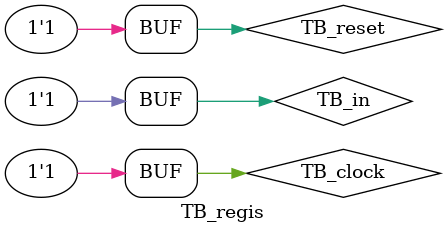
<source format=v>
/*
Testbench para o MODULO registrador deslocador de 4 bits

    module registrador(Q3,Q2,Q1,Q0,in,reset,clock) com:

	 ENTRADAS:
	 in,reset,clock

	 SAÍDAS:
	 Q3,Q2,Q1,Q0
*/

module TB_regis;
 
	reg TB_reset, TB_clock, TB_in;
	wire TB_Q3,TB_Q2,TB_Q1,TB_Q0;


// parameter stop_time = 1000;
// initial # stop_time ;

// module registrador(Q3,Q2,Q1,Q0,in,reset,clock) 
    registrador dut(TB_Q3,TB_Q2,TB_Q1,TB_Q0,TB_in, TB_reset, TB_clock);
 
  initial
  begin
	TB_reset = 1'b1;		TB_clock = 1'b0;    	TB_in = 1'b0;	 #20
	TB_reset = 1'b0;		TB_clock = 1'b1;  	TB_in = 1'b0; 	 #20
	
	
	TB_reset = 1'b1;		TB_clock = 1'b0;  	TB_in = 1'b1; 	 #20
	TB_reset = 1'b1;		TB_clock = 1'b1;  	TB_in = 1'b1; 	 #20

	TB_reset = 1'b1;		TB_clock = 1'b0;  	TB_in = 1'b0; 	 #20
	TB_reset = 1'b1;		TB_clock = 1'b1;  	TB_in = 1'b0;	 #20
	
	TB_reset = 1'b1;		TB_clock = 1'b0; 	   TB_in = 1'b1;	 #20
	TB_reset = 1'b1;		TB_clock = 1'b1;  	TB_in = 1'b1;	 #20
	
	TB_reset = 1'b1;		TB_clock = 1'b0; 	   TB_in = 1'b1;	 #20
	TB_reset = 1'b1;		TB_clock = 1'b1;  	TB_in = 1'b1;	 #20;
end

endmodule



</source>
